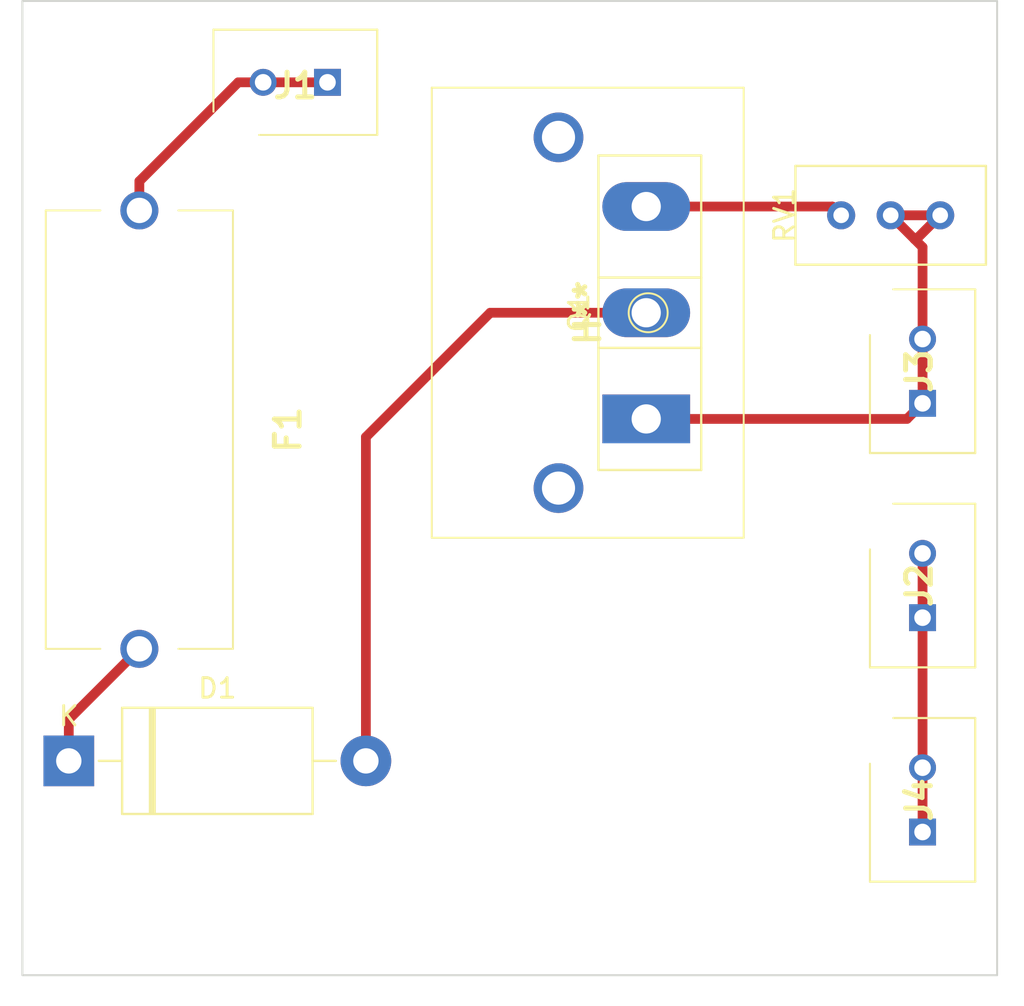
<source format=kicad_pcb>
(kicad_pcb (version 20221018) (generator pcbnew)
  (layers (0 "F.Cu" signal) (31 "B.Cu" signal) (34 "B.Paste" user) (35 "F.Paste" user) (36 "B.SilkS" user "B.Silkscreen") (37 "F.SilkS" user "F.Silkscreen") (38 "B.Mask" user) (39 "F.Mask" user) (44 "Edge.Cuts" user))
  (net 0 "")
  (net 1 "Net-(D1-K)")
  (net 2 "Net-(D1-A)")
  (net 3 "Net-(F1-+)")
  (net 4 "Net-(J2-Pin_1)")
  (net 5 "Net-(J3-Pin_1)")
  (net 6 "Net-(Q1-S)")
  (footprint "MountingHole:MountingHole_4.3mm_M4_DIN965" (layer "F.Cu") (at 146 118)
    (fp_text reference "H3" hide)
    (fp_text value "MountingHole")
    (pad "" np_thru_hole circle (at 0 0) (size 4.3 4.3) (drill 4.3) (layers "*.Cu" "*.Mask"))
  )
  (footprint "SamacSys_Parts:65600001009" (layer "F.Cu") (at 148 94 -90)
    (fp_text reference "F1" (at 0 -7.62 90) (layer "F.SilkS") (effects (font (size 1.27 1.27) (thickness 0.254))))
    (fp_text value "500V/0.5A" hide)
    (fp_line (start -11.25 -4.8) (end 11.25 -4.8) (stroke (width 0.1)) (layer "F.SilkS"))
    (fp_line (start -11.25 -2) (end -11.25 -4.8) (stroke (width 0.1)) (layer "F.SilkS"))
    (fp_line (start -11.25 2) (end -11.25 4.8) (stroke (width 0.1)) (layer "F.SilkS"))
    (fp_line (start -11.25 4.8) (end 11.25 4.8) (stroke (width 0.1)) (layer "F.SilkS"))
    (fp_line (start 11.25 -4.8) (end 11.25 -2) (stroke (width 0.1)) (layer "F.SilkS"))
    (fp_line (start 11.25 4.8) (end 11.25 2) (stroke (width 0.1)) (layer "F.SilkS"))
    (pad "" np_thru_hole circle (at 0 0 270) (size 2.7 2.7) (drill 2.7) (layers "F&B.Cu" "*.Mask"))
    (pad "1" thru_hole circle (at -11.25 0 270) (size 1.95 1.95) (drill 1.3) (layers "*.Cu" "*.Mask") (net 3 "Net-(F1-+)"))
    (pad "2" thru_hole circle (at 11.25 0 270) (size 1.95 1.95) (drill 1.3) (layers "*.Cu" "*.Mask") (net 1 "Net-(D1-K)"))
  )
  (footprint "Samacsys:WAT247101E" (layer "F.Cu") (at 169.5 97 90)
    (fp_text reference "H**" (at 9 1.5 90) (layer "F.SilkS") (effects (font (size 1.27 1.27) (thickness 0.254))))
    (fp_text value "WAT247101E" hide)
    (fp_line (start -2.55 -6.5) (end 20.55 -6.5) (stroke (width 0.1)) (layer "F.SilkS"))
    (fp_line (start -2.55 9.5) (end -2.55 -6.5) (stroke (width 0.1)) (layer "F.SilkS"))
    (fp_line (start 20.55 -6.5) (end 20.55 9.5) (stroke (width 0.1)) (layer "F.SilkS"))
    (fp_line (start 20.55 9.5) (end -2.55 9.5) (stroke (width 0.1)) (layer "F.SilkS"))
    (fp_circle (center 9 4.6) (end 10 4.6) (stroke (width 0.1)) (fill none) (layer "F.SilkS"))
    (pad "1" thru_hole circle (at 0 0 90) (size 2.55 2.55) (drill 1.7) (layers "*.Cu" "*.Mask"))
    (pad "2" thru_hole circle (at 18 0 90) (size 2.55 2.55) (drill 1.7) (layers "*.Cu" "*.Mask"))
  )
  (footprint "SamacSys_Parts:DF33C2P33DSA24" (layer "F.Cu") (at 188.175 114.65 90)
    (fp_text reference "J4" (at 1.65 -0.175 90) (layer "F.SilkS") (effects (font (size 1.27 1.27) (thickness 0.254))))
    (fp_text value "LED-" hide)
    (fp_line (start -2.55 -2.7) (end -2.55 -2.7) (stroke (width 0.1)) (layer "F.SilkS"))
    (fp_line (start -2.55 -2.7) (end -2.55 -2.7) (stroke (width 0.1)) (layer "F.SilkS"))
    (fp_line (start -2.55 -2.7) (end -2.55 2.7) (stroke (width 0.1)) (layer "F.SilkS"))
    (fp_line (start -2.55 -2.7) (end 3.5 -2.7) (stroke (width 0.1)) (layer "F.SilkS"))
    (fp_line (start -2.55 2.7) (end -2.55 -2.7) (stroke (width 0.1)) (layer "F.SilkS"))
    (fp_line (start -2.55 2.7) (end -2.55 2.7) (stroke (width 0.1)) (layer "F.SilkS"))
    (fp_line (start -2.55 2.7) (end -2.55 2.7) (stroke (width 0.1)) (layer "F.SilkS"))
    (fp_line (start -2.55 2.7) (end 5.85 2.7) (stroke (width 0.1)) (layer "F.SilkS"))
    (fp_line (start 3.5 -2.7) (end -2.55 -2.7) (stroke (width 0.1)) (layer "F.SilkS"))
    (fp_line (start 3.5 -2.7) (end 3.5 -2.7) (stroke (width 0.1)) (layer "F.SilkS"))
    (fp_line (start 5.85 -1.5) (end 5.85 -1.5) (stroke (width 0.1)) (layer "F.SilkS"))
    (fp_line (start 5.85 -1.5) (end 5.85 2.7) (stroke (width 0.1)) (layer "F.SilkS"))
    (fp_line (start 5.85 2.7) (end -2.55 2.7) (stroke (width 0.1)) (layer "F.SilkS"))
    (fp_line (start 5.85 2.7) (end 5.85 -1.5) (stroke (width 0.1)) (layer "F.SilkS"))
    (fp_line (start 5.85 2.7) (end 5.85 2.7) (stroke (width 0.1)) (layer "F.SilkS"))
    (fp_line (start 5.85 2.7) (end 5.85 2.7) (stroke (width 0.1)) (layer "F.SilkS"))
    (pad "" np_thru_hole circle (at 4.85 -2.35 90) (size 1.4 1.4) (drill 1.4) (layers "*.Cu" "*.Mask"))
    (pad "1" thru_hole rect (at 0 0 90) (size 1.381 1.381) (drill 0.85) (layers "*.Cu" "*.Mask") (net 4 "Net-(J2-Pin_1)"))
    (pad "2" thru_hole circle (at 3.3 0 90) (size 1.381 1.381) (drill 0.85) (layers "*.Cu" "*.Mask") (net 4 "Net-(J2-Pin_1)"))
  )
  (footprint "SamacSys_Parts:DF33C2P33DSA24" (layer "F.Cu") (at 157.65 76.175 180)
    (fp_text reference "J1" (at 1.65 -0.175) (layer "F.SilkS") (effects (font (size 1.27 1.27) (thickness 0.254))))
    (fp_text value "HV+" hide)
    (fp_line (start -2.55 -2.7) (end -2.55 -2.7) (stroke (width 0.1)) (layer "F.SilkS"))
    (fp_line (start -2.55 -2.7) (end -2.55 -2.7) (stroke (width 0.1)) (layer "F.SilkS"))
    (fp_line (start -2.55 -2.7) (end -2.55 2.7) (stroke (width 0.1)) (layer "F.SilkS"))
    (fp_line (start -2.55 -2.7) (end 3.5 -2.7) (stroke (width 0.1)) (layer "F.SilkS"))
    (fp_line (start -2.55 2.7) (end -2.55 -2.7) (stroke (width 0.1)) (layer "F.SilkS"))
    (fp_line (start -2.55 2.7) (end -2.55 2.7) (stroke (width 0.1)) (layer "F.SilkS"))
    (fp_line (start -2.55 2.7) (end -2.55 2.7) (stroke (width 0.1)) (layer "F.SilkS"))
    (fp_line (start -2.55 2.7) (end 5.85 2.7) (stroke (width 0.1)) (layer "F.SilkS"))
    (fp_line (start 3.5 -2.7) (end -2.55 -2.7) (stroke (width 0.1)) (layer "F.SilkS"))
    (fp_line (start 3.5 -2.7) (end 3.5 -2.7) (stroke (width 0.1)) (layer "F.SilkS"))
    (fp_line (start 5.85 -1.5) (end 5.85 -1.5) (stroke (width 0.1)) (layer "F.SilkS"))
    (fp_line (start 5.85 -1.5) (end 5.85 2.7) (stroke (width 0.1)) (layer "F.SilkS"))
    (fp_line (start 5.85 2.7) (end -2.55 2.7) (stroke (width 0.1)) (layer "F.SilkS"))
    (fp_line (start 5.85 2.7) (end 5.85 -1.5) (stroke (width 0.1)) (layer "F.SilkS"))
    (fp_line (start 5.85 2.7) (end 5.85 2.7) (stroke (width 0.1)) (layer "F.SilkS"))
    (fp_line (start 5.85 2.7) (end 5.85 2.7) (stroke (width 0.1)) (layer "F.SilkS"))
    (pad "" np_thru_hole circle (at 4.85 -2.35 180) (size 1.4 1.4) (drill 1.4) (layers "*.Cu" "*.Mask"))
    (pad "1" thru_hole rect (at 0 0 180) (size 1.381 1.381) (drill 0.85) (layers "*.Cu" "*.Mask") (net 3 "Net-(F1-+)"))
    (pad "2" thru_hole circle (at 3.3 0 180) (size 1.381 1.381) (drill 0.85) (layers "*.Cu" "*.Mask") (net 3 "Net-(F1-+)"))
  )
  (footprint "MountingHole:MountingHole_4.3mm_M4_DIN965" (layer "F.Cu") (at 180 118)
    (fp_text reference "H4" hide)
    (fp_text value "MountingHole")
    (pad "" np_thru_hole circle (at 0 0) (size 4.3 4.3) (drill 4.3) (layers "*.Cu" "*.Mask"))
  )
  (footprint "MountingHole:MountingHole_4.3mm_M4_DIN965" (layer "F.Cu") (at 188 76)
    (fp_text reference "H2" hide)
    (fp_text value "MountingHole")
    (pad "" np_thru_hole circle (at 0 0) (size 4.3 4.3) (drill 4.3) (layers "*.Cu" "*.Mask"))
  )
  (footprint "SamacSys_Parts:DF33C2P33DSA24" (layer "F.Cu") (at 188.175 92.65 90)
    (fp_text reference "J3" (at 1.65 -0.175 90) (layer "F.SilkS") (effects (font (size 1.27 1.27) (thickness 0.254))))
    (fp_text value "LED+" hide)
    (fp_line (start -2.55 -2.7) (end -2.55 -2.7) (stroke (width 0.1)) (layer "F.SilkS"))
    (fp_line (start -2.55 -2.7) (end -2.55 -2.7) (stroke (width 0.1)) (layer "F.SilkS"))
    (fp_line (start -2.55 -2.7) (end -2.55 2.7) (stroke (width 0.1)) (layer "F.SilkS"))
    (fp_line (start -2.55 -2.7) (end 3.5 -2.7) (stroke (width 0.1)) (layer "F.SilkS"))
    (fp_line (start -2.55 2.7) (end -2.55 -2.7) (stroke (width 0.1)) (layer "F.SilkS"))
    (fp_line (start -2.55 2.7) (end -2.55 2.7) (stroke (width 0.1)) (layer "F.SilkS"))
    (fp_line (start -2.55 2.7) (end -2.55 2.7) (stroke (width 0.1)) (layer "F.SilkS"))
    (fp_line (start -2.55 2.7) (end 5.85 2.7) (stroke (width 0.1)) (layer "F.SilkS"))
    (fp_line (start 3.5 -2.7) (end -2.55 -2.7) (stroke (width 0.1)) (layer "F.SilkS"))
    (fp_line (start 3.5 -2.7) (end 3.5 -2.7) (stroke (width 0.1)) (layer "F.SilkS"))
    (fp_line (start 5.85 -1.5) (end 5.85 -1.5) (stroke (width 0.1)) (layer "F.SilkS"))
    (fp_line (start 5.85 -1.5) (end 5.85 2.7) (stroke (width 0.1)) (layer "F.SilkS"))
    (fp_line (start 5.85 2.7) (end -2.55 2.7) (stroke (width 0.1)) (layer "F.SilkS"))
    (fp_line (start 5.85 2.7) (end 5.85 -1.5) (stroke (width 0.1)) (layer "F.SilkS"))
    (fp_line (start 5.85 2.7) (end 5.85 2.7) (stroke (width 0.1)) (layer "F.SilkS"))
    (fp_line (start 5.85 2.7) (end 5.85 2.7) (stroke (width 0.1)) (layer "F.SilkS"))
    (pad "" np_thru_hole circle (at 4.85 -2.35 90) (size 1.4 1.4) (drill 1.4) (layers "*.Cu" "*.Mask"))
    (pad "1" thru_hole rect (at 0 0 90) (size 1.381 1.381) (drill 0.85) (layers "*.Cu" "*.Mask") (net 5 "Net-(J3-Pin_1)"))
    (pad "2" thru_hole circle (at 3.3 0 90) (size 1.381 1.381) (drill 0.85) (layers "*.Cu" "*.Mask") (net 5 "Net-(J3-Pin_1)"))
  )
  (footprint "SamacSys_Parts:DF33C2P33DSA24" (layer "F.Cu") (at 188.175 103.65 90)
    (fp_text reference "J2" (at 1.65 -0.175 90) (layer "F.SilkS") (effects (font (size 1.27 1.27) (thickness 0.254))))
    (fp_text value "HV-" hide)
    (fp_line (start -2.55 -2.7) (end -2.55 -2.7) (stroke (width 0.1)) (layer "F.SilkS"))
    (fp_line (start -2.55 -2.7) (end -2.55 -2.7) (stroke (width 0.1)) (layer "F.SilkS"))
    (fp_line (start -2.55 -2.7) (end -2.55 2.7) (stroke (width 0.1)) (layer "F.SilkS"))
    (fp_line (start -2.55 -2.7) (end 3.5 -2.7) (stroke (width 0.1)) (layer "F.SilkS"))
    (fp_line (start -2.55 2.7) (end -2.55 -2.7) (stroke (width 0.1)) (layer "F.SilkS"))
    (fp_line (start -2.55 2.7) (end -2.55 2.7) (stroke (width 0.1)) (layer "F.SilkS"))
    (fp_line (start -2.55 2.7) (end -2.55 2.7) (stroke (width 0.1)) (layer "F.SilkS"))
    (fp_line (start -2.55 2.7) (end 5.85 2.7) (stroke (width 0.1)) (layer "F.SilkS"))
    (fp_line (start 3.5 -2.7) (end -2.55 -2.7) (stroke (width 0.1)) (layer "F.SilkS"))
    (fp_line (start 3.5 -2.7) (end 3.5 -2.7) (stroke (width 0.1)) (layer "F.SilkS"))
    (fp_line (start 5.85 -1.5) (end 5.85 -1.5) (stroke (width 0.1)) (layer "F.SilkS"))
    (fp_line (start 5.85 -1.5) (end 5.85 2.7) (stroke (width 0.1)) (layer "F.SilkS"))
    (fp_line (start 5.85 2.7) (end -2.55 2.7) (stroke (width 0.1)) (layer "F.SilkS"))
    (fp_line (start 5.85 2.7) (end 5.85 -1.5) (stroke (width 0.1)) (layer "F.SilkS"))
    (fp_line (start 5.85 2.7) (end 5.85 2.7) (stroke (width 0.1)) (layer "F.SilkS"))
    (fp_line (start 5.85 2.7) (end 5.85 2.7) (stroke (width 0.1)) (layer "F.SilkS"))
    (pad "" np_thru_hole circle (at 4.85 -2.35 90) (size 1.4 1.4) (drill 1.4) (layers "*.Cu" "*.Mask"))
    (pad "1" thru_hole rect (at 0 0 90) (size 1.381 1.381) (drill 0.85) (layers "*.Cu" "*.Mask") (net 4 "Net-(J2-Pin_1)"))
    (pad "2" thru_hole circle (at 3.3 0 90) (size 1.381 1.381) (drill 0.85) (layers "*.Cu" "*.Mask") (net 4 "Net-(J2-Pin_1)"))
  )
  (footprint "Potentiometer_THT:Potentiometer_Bourns_3386C_Horizontal" (layer "F.Cu") (at 184 83 90)
    (fp_text reference "RV1" (at 0 -2.92 90) (layer "F.SilkS"))
    (fp_text value "1k")
    (fp_line (start -2.535 -2.345) (end -2.535 7.425) (stroke (width 0.12)) (layer "F.SilkS"))
    (fp_line (start -2.535 -2.345) (end 2.535 -2.345) (stroke (width 0.12)) (layer "F.SilkS"))
    (fp_line (start -2.535 7.425) (end 2.535 7.425) (stroke (width 0.12)) (layer "F.SilkS"))
    (fp_line (start 2.535 -2.345) (end 2.535 7.425) (stroke (width 0.12)) (layer "F.SilkS"))
    (pad "1" thru_hole circle (at 0 0 90) (size 1.44 1.44) (drill 0.8) (layers "*.Cu" "*.Mask") (net 6 "Net-(Q1-S)"))
    (pad "2" thru_hole circle (at 0 2.54 90) (size 1.44 1.44) (drill 0.8) (layers "*.Cu" "*.Mask") (net 5 "Net-(J3-Pin_1)"))
    (pad "3" thru_hole circle (at 0 5.08 90) (size 1.44 1.44) (drill 0.8) (layers "*.Cu" "*.Mask") (net 5 "Net-(J3-Pin_1)"))
  )
  (footprint "Diode_THT:D_DO-201_P15.24mm_Horizontal" (layer "F.Cu") (at 144.38 111)
    (fp_text reference "D1" (at 7.62 -3.725) (layer "F.SilkS"))
    (fp_text value "1N53xxB")
    (fp_text user "K" (at 0 -2.3) (layer "F.SilkS"))
    (fp_line (start 1.54 0) (end 2.735 0) (stroke (width 0.12)) (layer "F.SilkS"))
    (fp_line (start 2.735 -2.725) (end 2.735 2.725) (stroke (width 0.12)) (layer "F.SilkS"))
    (fp_line (start 2.735 2.725) (end 12.505 2.725) (stroke (width 0.12)) (layer "F.SilkS"))
    (fp_line (start 4.1645 -2.725) (end 4.1645 2.725) (stroke (width 0.12)) (layer "F.SilkS"))
    (fp_line (start 4.2845 -2.725) (end 4.2845 2.725) (stroke (width 0.12)) (layer "F.SilkS"))
    (fp_line (start 4.4045 -2.725) (end 4.4045 2.725) (stroke (width 0.12)) (layer "F.SilkS"))
    (fp_line (start 12.505 -2.725) (end 2.735 -2.725) (stroke (width 0.12)) (layer "F.SilkS"))
    (fp_line (start 12.505 2.725) (end 12.505 -2.725) (stroke (width 0.12)) (layer "F.SilkS"))
    (fp_line (start 13.7 0) (end 12.505 0) (stroke (width 0.12)) (layer "F.SilkS"))
    (pad "1" thru_hole rect (at 0 0) (size 2.6 2.6) (drill 1.3) (layers "*.Cu" "*.Mask") (net 1 "Net-(D1-K)"))
    (pad "2" thru_hole oval (at 15.24 0) (size 2.6 2.6) (drill 1.3) (layers "*.Cu" "*.Mask") (net 2 "Net-(D1-A)"))
  )
  (footprint "MountingHole:MountingHole_4.3mm_M4_DIN965" (layer "F.Cu") (at 146 76)
    (fp_text reference "H1" hide)
    (fp_text value "MountingHole")
    (pad "" np_thru_hole circle (at 0 0) (size 4.3 4.3) (drill 4.3) (layers "*.Cu" "*.Mask"))
  )
  (footprint "Package_TO_SOT_THT:TO-247-3_Vertical" (layer "F.Cu") (at 174 93.45 90)
    (fp_text reference "Q1" (at 5.45 -3.45 90) (layer "F.SilkS"))
    (fp_text value "IXTH6N100D2")
    (fp_line (start -2.62 -2.451) (end -2.62 2.82) (stroke (width 0.12)) (layer "F.SilkS"))
    (fp_line (start -2.62 -2.451) (end 13.52 -2.451) (stroke (width 0.12)) (layer "F.SilkS"))
    (fp_line (start -2.62 2.82) (end 13.52 2.82) (stroke (width 0.12)) (layer "F.SilkS"))
    (fp_line (start 3.646 -2.451) (end 3.646 2.82) (stroke (width 0.12)) (layer "F.SilkS"))
    (fp_line (start 7.255 -2.451) (end 7.255 2.82) (stroke (width 0.12)) (layer "F.SilkS"))
    (fp_line (start 13.52 -2.451) (end 13.52 2.82) (stroke (width 0.12)) (layer "F.SilkS"))
    (pad "1" thru_hole rect (at 0 0 90) (size 2.5 4.5) (drill 1.5) (layers "*.Cu" "*.Mask") (net 5 "Net-(J3-Pin_1)"))
    (pad "2" thru_hole oval (at 5.45 0 90) (size 2.5 4.5) (drill 1.5) (layers "*.Cu" "*.Mask") (net 2 "Net-(D1-A)"))
    (pad "3" thru_hole oval (at 10.9 0 90) (size 2.5 4.5) (drill 1.5) (layers "*.Cu" "*.Mask") (net 6 "Net-(Q1-S)"))
  )
  (gr_rect (start 142 72) (end 192 122) (stroke (width 0.1)) (fill none) (layer "Edge.Cuts"))
  (segment (start 144.38 108.87) (end 148 105.25) (width 0.5) (layer "F.Cu") (net 1))
  (segment (start 144.38 111) (end 144.38 108.87) (width 0.5) (layer "F.Cu") (net 1))
  (segment (start 174 88) (end 166 88) (width 0.5) (layer "F.Cu") (net 2))
  (segment (start 159.62 94.38) (end 159.62 111) (width 0.5) (layer "F.Cu") (net 2))
  (segment (start 166 88) (end 159.62 94.38) (width 0.5) (layer "F.Cu") (net 2))
  (segment (start 148 82.75) (end 148 81.25) (width 0.5) (layer "F.Cu") (net 3))
  (segment (start 148 81.25) (end 153.075 76.175) (width 0.5) (layer "F.Cu") (net 3))
  (segment (start 154.35 76.175) (end 157.65 76.175) (width 0.5) (layer "F.Cu") (net 3))
  (segment (start 153.075 76.175) (end 154.35 76.175) (width 0.5) (layer "F.Cu") (net 3))
  (segment (start 188.175 100.35) (end 188.175 114.65) (width 0.5) (layer "F.Cu") (net 4))
  (segment (start 187.77 84.23) (end 186.54 83) (width 0.5) (layer "F.Cu") (net 5))
  (segment (start 188.175 84.635) (end 187.77 84.23) (width 0.5) (layer "F.Cu") (net 5))
  (segment (start 188.175 92.65) (end 188.175 89.35) (width 0.5) (layer "F.Cu") (net 5))
  (segment (start 189.08 83) (end 187.85 84.23) (width 0.5) (layer "F.Cu") (net 5))
  (segment (start 187.85 84.23) (end 187.77 84.23) (width 0.5) (layer "F.Cu") (net 5))
  (segment (start 189.08 83) (end 186.54 83) (width 0.5) (layer "F.Cu") (net 5))
  (segment (start 174 93.45) (end 187.375 93.45) (width 0.5) (layer "F.Cu") (net 5))
  (segment (start 188.175 89.35) (end 188.175 84.635) (width 0.5) (layer "F.Cu") (net 5))
  (segment (start 187.375 93.45) (end 188.175 92.65) (width 0.5) (layer "F.Cu") (net 5))
  (segment (start 183.55 82.55) (end 184 83) (width 0.5) (layer "F.Cu") (net 6))
  (segment (start 174 82.55) (end 183.55 82.55) (width 0.5) (layer "F.Cu") (net 6))
)
</source>
